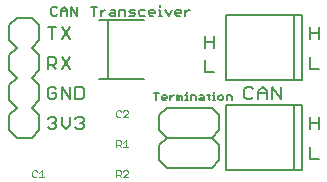
<source format=gto>
G75*
%MOIN*%
%OFA0B0*%
%FSLAX25Y25*%
%IPPOS*%
%LPD*%
%AMOC8*
5,1,8,0,0,1.08239X$1,22.5*
%
%ADD10C,0.00800*%
%ADD11C,0.00600*%
%ADD12C,0.00500*%
%ADD13C,0.00200*%
D10*
X0104700Y0166133D02*
X0107502Y0166133D01*
X0104700Y0166133D02*
X0104700Y0170337D01*
X0104700Y0176133D02*
X0104700Y0180337D01*
X0104700Y0178235D02*
X0107502Y0178235D01*
X0107502Y0180337D02*
X0107502Y0176133D01*
X0094804Y0186133D02*
X0094804Y0190337D01*
X0092002Y0190337D02*
X0094804Y0186133D01*
X0092002Y0186133D02*
X0092002Y0190337D01*
X0090200Y0188936D02*
X0088799Y0190337D01*
X0087398Y0188936D01*
X0087398Y0186133D01*
X0085596Y0186834D02*
X0084896Y0186133D01*
X0083495Y0186133D01*
X0082794Y0186834D01*
X0082794Y0189636D01*
X0083495Y0190337D01*
X0084896Y0190337D01*
X0085596Y0189636D01*
X0087398Y0188235D02*
X0090200Y0188235D01*
X0090200Y0188936D02*
X0090200Y0186133D01*
X0072502Y0195133D02*
X0069700Y0195133D01*
X0069700Y0199337D01*
X0069700Y0203133D02*
X0069700Y0207337D01*
X0069700Y0205235D02*
X0072502Y0205235D01*
X0072502Y0207337D02*
X0072502Y0203133D01*
X0049280Y0212576D02*
X0037288Y0212576D01*
X0037288Y0192891D01*
X0034320Y0192891D01*
X0037288Y0192891D02*
X0049280Y0192891D01*
X0029210Y0189636D02*
X0028510Y0190337D01*
X0026408Y0190337D01*
X0026408Y0186133D01*
X0028510Y0186133D01*
X0029210Y0186834D01*
X0029210Y0189636D01*
X0024606Y0190337D02*
X0024606Y0186133D01*
X0021804Y0190337D01*
X0021804Y0186133D01*
X0020002Y0186834D02*
X0020002Y0188235D01*
X0018601Y0188235D01*
X0017200Y0186834D02*
X0017901Y0186133D01*
X0019302Y0186133D01*
X0020002Y0186834D01*
X0017200Y0186834D02*
X0017200Y0189636D01*
X0017901Y0190337D01*
X0019302Y0190337D01*
X0020002Y0189636D01*
X0014300Y0190733D02*
X0014300Y0185733D01*
X0011800Y0183233D01*
X0014300Y0180733D01*
X0014300Y0175733D01*
X0011800Y0173233D01*
X0006800Y0173233D01*
X0004300Y0175733D01*
X0004300Y0180733D01*
X0006800Y0183233D01*
X0004300Y0185733D01*
X0004300Y0190733D01*
X0006800Y0193233D01*
X0004300Y0195733D01*
X0004300Y0200733D01*
X0006800Y0203233D01*
X0004300Y0205733D01*
X0004300Y0210733D01*
X0006800Y0213233D01*
X0011800Y0213233D01*
X0014300Y0210733D01*
X0014300Y0205733D01*
X0011800Y0203233D01*
X0014300Y0200733D01*
X0014300Y0195733D01*
X0011800Y0193233D01*
X0014300Y0190733D01*
X0017200Y0196133D02*
X0017200Y0200337D01*
X0019302Y0200337D01*
X0020002Y0199636D01*
X0020002Y0198235D01*
X0019302Y0197535D01*
X0017200Y0197535D01*
X0018601Y0197535D02*
X0020002Y0196133D01*
X0021804Y0196133D02*
X0024606Y0200337D01*
X0021804Y0200337D02*
X0024606Y0196133D01*
X0024606Y0206133D02*
X0021804Y0210337D01*
X0020002Y0210337D02*
X0017200Y0210337D01*
X0018601Y0210337D02*
X0018601Y0206133D01*
X0021804Y0206133D02*
X0024606Y0210337D01*
X0034320Y0212576D02*
X0037288Y0212576D01*
X0104700Y0210337D02*
X0104700Y0206133D01*
X0104700Y0208235D02*
X0107502Y0208235D01*
X0107502Y0210337D02*
X0107502Y0206133D01*
X0104700Y0200337D02*
X0104700Y0196133D01*
X0107502Y0196133D01*
X0029210Y0179636D02*
X0029210Y0178936D01*
X0028510Y0178235D01*
X0029210Y0177535D01*
X0029210Y0176834D01*
X0028510Y0176133D01*
X0027108Y0176133D01*
X0026408Y0176834D01*
X0024606Y0177535D02*
X0024606Y0180337D01*
X0026408Y0179636D02*
X0027108Y0180337D01*
X0028510Y0180337D01*
X0029210Y0179636D01*
X0028510Y0178235D02*
X0027809Y0178235D01*
X0024606Y0177535D02*
X0023205Y0176133D01*
X0021804Y0177535D01*
X0021804Y0180337D01*
X0020002Y0179636D02*
X0020002Y0178936D01*
X0019302Y0178235D01*
X0020002Y0177535D01*
X0020002Y0176834D01*
X0019302Y0176133D01*
X0017901Y0176133D01*
X0017200Y0176834D01*
X0018601Y0178235D02*
X0019302Y0178235D01*
X0020002Y0179636D02*
X0019302Y0180337D01*
X0017901Y0180337D01*
X0017200Y0179636D01*
D11*
X0054300Y0180733D02*
X0054300Y0175733D01*
X0056800Y0173233D01*
X0071800Y0173233D01*
X0074300Y0170733D01*
X0074300Y0165733D01*
X0071800Y0163233D01*
X0056800Y0163233D01*
X0054300Y0165733D01*
X0054300Y0170733D01*
X0056800Y0173233D01*
X0071800Y0173233D02*
X0074300Y0175733D01*
X0074300Y0180733D01*
X0071800Y0183233D01*
X0056800Y0183233D01*
X0054300Y0180733D01*
X0054254Y0213983D02*
X0055255Y0213983D01*
X0054755Y0213983D02*
X0054755Y0215985D01*
X0054254Y0215985D01*
X0054755Y0216986D02*
X0054755Y0217486D01*
X0056464Y0215985D02*
X0057465Y0213983D01*
X0058466Y0215985D01*
X0059779Y0215485D02*
X0060279Y0215985D01*
X0061280Y0215985D01*
X0061781Y0215485D01*
X0061781Y0214984D01*
X0059779Y0214984D01*
X0059779Y0214484D02*
X0059779Y0215485D01*
X0059779Y0214484D02*
X0060279Y0213983D01*
X0061280Y0213983D01*
X0063094Y0213983D02*
X0063094Y0215985D01*
X0064095Y0215985D02*
X0064595Y0215985D01*
X0064095Y0215985D02*
X0063094Y0214984D01*
X0052941Y0214984D02*
X0050939Y0214984D01*
X0050939Y0214484D02*
X0050939Y0215485D01*
X0051440Y0215985D01*
X0052441Y0215985D01*
X0052941Y0215485D01*
X0052941Y0214984D01*
X0052441Y0213983D02*
X0051440Y0213983D01*
X0050939Y0214484D01*
X0049626Y0213983D02*
X0048125Y0213983D01*
X0047625Y0214484D01*
X0047625Y0215485D01*
X0048125Y0215985D01*
X0049626Y0215985D01*
X0046312Y0215985D02*
X0044810Y0215985D01*
X0044310Y0215485D01*
X0044810Y0214984D01*
X0045811Y0214984D01*
X0046312Y0214484D01*
X0045811Y0213983D01*
X0044310Y0213983D01*
X0042997Y0213983D02*
X0042997Y0215485D01*
X0042496Y0215985D01*
X0040995Y0215985D01*
X0040995Y0213983D01*
X0039682Y0213983D02*
X0038181Y0213983D01*
X0037680Y0214484D01*
X0038181Y0214984D01*
X0039682Y0214984D01*
X0039682Y0215485D02*
X0039682Y0213983D01*
X0039682Y0215485D02*
X0039181Y0215985D01*
X0038181Y0215985D01*
X0036419Y0215985D02*
X0035919Y0215985D01*
X0034918Y0214984D01*
X0034918Y0213983D02*
X0034918Y0215985D01*
X0033605Y0216986D02*
X0031603Y0216986D01*
X0032604Y0216986D02*
X0032604Y0213983D01*
X0026975Y0213983D02*
X0026975Y0216986D01*
X0024973Y0216986D02*
X0026975Y0213983D01*
X0024973Y0213983D02*
X0024973Y0216986D01*
X0023660Y0215985D02*
X0023660Y0213983D01*
X0023660Y0215485D02*
X0021659Y0215485D01*
X0021659Y0215985D02*
X0021659Y0213983D01*
X0020345Y0214484D02*
X0019845Y0213983D01*
X0018844Y0213983D01*
X0018344Y0214484D01*
X0018344Y0216485D01*
X0018844Y0216986D01*
X0019845Y0216986D01*
X0020345Y0216485D01*
X0021659Y0215985D02*
X0022659Y0216986D01*
X0023660Y0215985D01*
D12*
X0076505Y0214139D02*
X0099143Y0214139D01*
X0099143Y0192485D01*
X0076505Y0192485D01*
X0076505Y0214139D01*
X0099143Y0214139D02*
X0102095Y0214139D01*
X0102095Y0192485D01*
X0099143Y0192485D01*
X0078537Y0186984D02*
X0078537Y0185733D01*
X0078537Y0186984D02*
X0078120Y0187401D01*
X0076869Y0187401D01*
X0076869Y0185733D01*
X0075775Y0186150D02*
X0075775Y0186984D01*
X0075358Y0187401D01*
X0074524Y0187401D01*
X0074107Y0186984D01*
X0074107Y0186150D01*
X0074524Y0185733D01*
X0075358Y0185733D01*
X0075775Y0186150D01*
X0076505Y0184139D02*
X0099143Y0184139D01*
X0099143Y0162485D01*
X0076505Y0162485D01*
X0076505Y0184139D01*
X0073099Y0185733D02*
X0072265Y0185733D01*
X0072682Y0185733D02*
X0072682Y0187401D01*
X0072265Y0187401D01*
X0072682Y0188235D02*
X0072682Y0188652D01*
X0071258Y0187401D02*
X0070424Y0187401D01*
X0070841Y0187818D02*
X0070841Y0186150D01*
X0071258Y0185733D01*
X0069329Y0185733D02*
X0068078Y0185733D01*
X0067661Y0186150D01*
X0068078Y0186567D01*
X0069329Y0186567D01*
X0069329Y0186984D02*
X0069329Y0185733D01*
X0069329Y0186984D02*
X0068912Y0187401D01*
X0068078Y0187401D01*
X0066567Y0186984D02*
X0066150Y0187401D01*
X0064899Y0187401D01*
X0064899Y0185733D01*
X0063891Y0185733D02*
X0063057Y0185733D01*
X0063474Y0185733D02*
X0063474Y0187401D01*
X0063057Y0187401D01*
X0063474Y0188235D02*
X0063474Y0188652D01*
X0061963Y0186984D02*
X0061546Y0187401D01*
X0061129Y0186984D01*
X0061129Y0185733D01*
X0060295Y0185733D02*
X0060295Y0187401D01*
X0060712Y0187401D01*
X0061129Y0186984D01*
X0061963Y0186984D02*
X0061963Y0185733D01*
X0059244Y0187401D02*
X0058827Y0187401D01*
X0057993Y0186567D01*
X0057993Y0185733D02*
X0057993Y0187401D01*
X0056899Y0186984D02*
X0056899Y0186567D01*
X0055231Y0186567D01*
X0055231Y0186150D02*
X0055231Y0186984D01*
X0055648Y0187401D01*
X0056482Y0187401D01*
X0056899Y0186984D01*
X0056482Y0185733D02*
X0055648Y0185733D01*
X0055231Y0186150D01*
X0053302Y0185733D02*
X0053302Y0188235D01*
X0052468Y0188235D02*
X0054136Y0188235D01*
X0066567Y0186984D02*
X0066567Y0185733D01*
X0099143Y0184139D02*
X0102095Y0184139D01*
X0102095Y0162485D01*
X0099143Y0162485D01*
D13*
X0013249Y0160083D02*
X0012482Y0160083D01*
X0012098Y0160467D01*
X0012098Y0162002D01*
X0012482Y0162385D01*
X0013249Y0162385D01*
X0013633Y0162002D01*
X0014400Y0161618D02*
X0015167Y0162385D01*
X0015167Y0160083D01*
X0014400Y0160083D02*
X0015935Y0160083D01*
X0013633Y0160467D02*
X0013249Y0160083D01*
X0040098Y0160083D02*
X0040098Y0162385D01*
X0041249Y0162385D01*
X0041633Y0162002D01*
X0041633Y0161234D01*
X0041249Y0160851D01*
X0040098Y0160851D01*
X0040865Y0160851D02*
X0041633Y0160083D01*
X0042400Y0160083D02*
X0043935Y0161618D01*
X0043935Y0162002D01*
X0043551Y0162385D01*
X0042784Y0162385D01*
X0042400Y0162002D01*
X0042400Y0160083D02*
X0043935Y0160083D01*
X0043935Y0170083D02*
X0042400Y0170083D01*
X0043167Y0170083D02*
X0043167Y0172385D01*
X0042400Y0171618D01*
X0041633Y0172002D02*
X0041633Y0171234D01*
X0041249Y0170851D01*
X0040098Y0170851D01*
X0040865Y0170851D02*
X0041633Y0170083D01*
X0040098Y0170083D02*
X0040098Y0172385D01*
X0041249Y0172385D01*
X0041633Y0172002D01*
X0041249Y0180083D02*
X0041633Y0180467D01*
X0041249Y0180083D02*
X0040482Y0180083D01*
X0040098Y0180467D01*
X0040098Y0182002D01*
X0040482Y0182385D01*
X0041249Y0182385D01*
X0041633Y0182002D01*
X0042400Y0182002D02*
X0042784Y0182385D01*
X0043551Y0182385D01*
X0043935Y0182002D01*
X0043935Y0181618D01*
X0042400Y0180083D01*
X0043935Y0180083D01*
M02*

</source>
